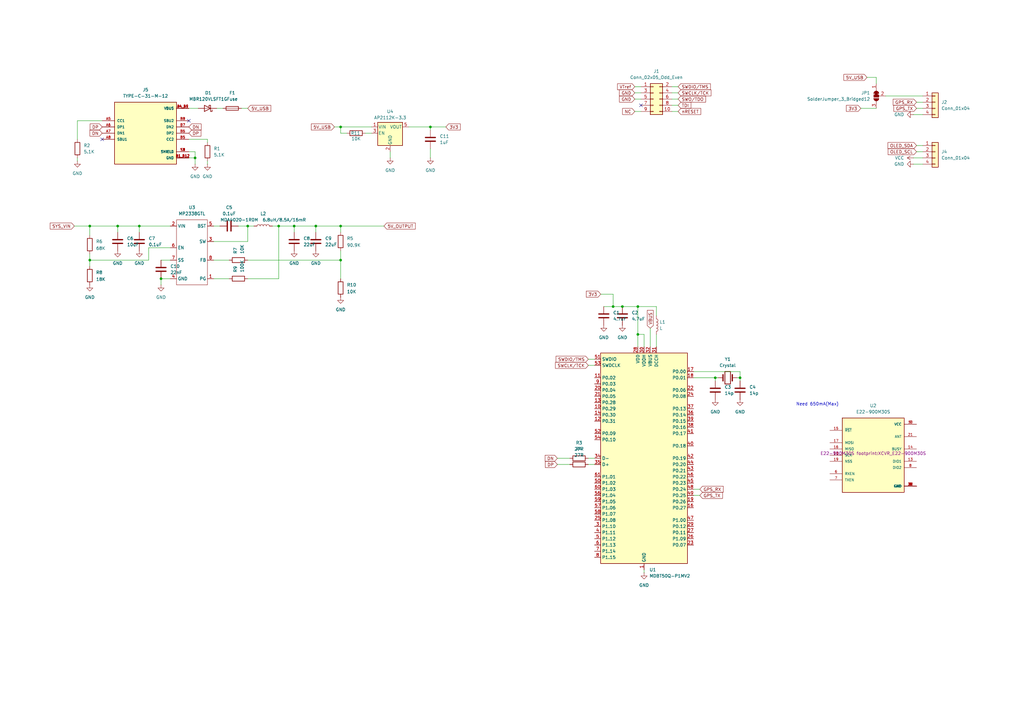
<source format=kicad_sch>
(kicad_sch (version 20231120) (generator "eeschema") (generator_version "8.0")
  (paper "A3")
  (lib_symbols
    (symbol "Connector_Generic:Conn_01x04" (pin_names (offset 1.016) hide)
      (property "Reference" "J" (at 0 5.08 0))
      (property "Value" "Conn_01x04" (at 0 -7.62 0))
      (symbol "Conn_01x04_1_1"
        (rectangle (start -1.27 -4.953) (end 0 -5.207) (stroke (width 0.1524)))
        (rectangle (start -1.27 -2.413) (end 0 -2.667) (stroke (width 0.1524)))
        (rectangle (start -1.27 0.127) (end 0 -0.127) (stroke (width 0.1524)))
        (rectangle (start -1.27 2.667) (end 0 2.413) (stroke (width 0.1524)))
        (rectangle (start -1.27 3.81) (end 1.27 -6.35) (stroke (width 0.254)) (fill (type background)))
        (pin passive line (at -5.08 2.54 0) (length 3.81) (name "Pin_1") (number "1"))
        (pin passive line (at -5.08 0 0) (length 3.81) (name "Pin_2") (number "2"))
        (pin passive line (at -5.08 -2.54 0) (length 3.81) (name "Pin_3") (number "3"))
        (pin passive line (at -5.08 -5.08 0) (length 3.81) (name "Pin_4") (number "4"))
      )
    )
    (symbol "Connector_Generic:Conn_02x05_Odd_Even" (pin_names (offset 1.016) hide)
      (property "Reference" "J" (at 1.27 7.62 0))
      (property "Value" "Conn_02x05_Odd_Even" (at 1.27 -7.62 0))
      (symbol "Conn_02x05_Odd_Even_1_1"
        (rectangle (start -1.27 -4.953) (end 0 -5.207) (stroke (width 0.1524)))
        (rectangle (start -1.27 -2.413) (end 0 -2.667) (stroke (width 0.1524)))
        (rectangle (start -1.27 0.127) (end 0 -0.127) (stroke (width 0.1524)))
        (rectangle (start -1.27 2.667) (end 0 2.413) (stroke (width 0.1524)))
        (rectangle (start -1.27 5.207) (end 0 4.953) (stroke (width 0.1524)))
        (rectangle (start -1.27 6.35) (end 3.81 -6.35) (stroke (width 0.254)) (fill (type background)))
        (rectangle (start 3.81 -4.953) (end 2.54 -5.207) (stroke (width 0.1524)))
        (rectangle (start 3.81 -2.413) (end 2.54 -2.667) (stroke (width 0.1524)))
        (rectangle (start 3.81 0.127) (end 2.54 -0.127) (stroke (width 0.1524)))
        (rectangle (start 3.81 2.667) (end 2.54 2.413) (stroke (width 0.1524)))
        (rectangle (start 3.81 5.207) (end 2.54 4.953) (stroke (width 0.1524)))
        (pin passive line (at -5.08 5.08 0) (length 3.81) (name "Pin_1") (number "1"))
        (pin passive line (at 7.62 -5.08 180) (length 3.81) (name "Pin_10") (number "10"))
        (pin passive line (at 7.62 5.08 180) (length 3.81) (name "Pin_2") (number "2"))
        (pin passive line (at -5.08 2.54 0) (length 3.81) (name "Pin_3") (number "3"))
        (pin passive line (at 7.62 2.54 180) (length 3.81) (name "Pin_4") (number "4"))
        (pin passive line (at -5.08 0 0) (length 3.81) (name "Pin_5") (number "5"))
        (pin passive line (at 7.62 0 180) (length 3.81) (name "Pin_6") (number "6"))
        (pin passive line (at -5.08 -2.54 0) (length 3.81) (name "Pin_7") (number "7"))
        (pin passive line (at 7.62 -2.54 180) (length 3.81) (name "Pin_8") (number "8"))
        (pin passive line (at -5.08 -5.08 0) (length 3.81) (name "Pin_9") (number "9"))
      )
    )
    (symbol "Device:C" (pin_numbers hide) (pin_names (offset 0.254))
      (property "Reference" "C" (at 0.635 2.54 0))
      (property "Value" "C" (at 0.635 -2.54 0))
      (symbol "C_0_1"
        (polyline (pts (xy -2.032 -0.762) (xy 2.032 -0.762)) (stroke (width 0.508)))
        (polyline (pts (xy -2.032 0.762) (xy 2.032 0.762)) (stroke (width 0.508)))
      )
      (symbol "C_1_1"
        (pin passive line (at 0 3.81 270) (length 2.794) (name "~") (number "1"))
        (pin passive line (at 0 -3.81 90) (length 2.794) (name "~") (number "2"))
      )
    )
    (symbol "Device:Crystal" (pin_numbers hide) (pin_names (offset 1.016) hide)
      (property "Reference" "Y" (at 0 3.81 0))
      (property "Value" "Crystal" (at 0 -3.81 0))
      (symbol "Crystal_0_1"
        (rectangle (start -1.143 2.54) (end 1.143 -2.54) (stroke (width 0.3048)))
        (polyline (pts (xy -2.54 0) (xy -1.905 0)))
        (polyline (pts (xy -1.905 -1.27) (xy -1.905 1.27)) (stroke (width 0.508)))
        (polyline (pts (xy 1.905 -1.27) (xy 1.905 1.27)) (stroke (width 0.508)))
        (polyline (pts (xy 2.54 0) (xy 1.905 0)))
      )
      (symbol "Crystal_1_1"
        (pin passive line (at -3.81 0 0) (length 1.27) (name "1") (number "1"))
        (pin passive line (at 3.81 0 180) (length 1.27) (name "2") (number "2"))
      )
    )
    (symbol "Device:D_Schottky" (pin_numbers hide) (pin_names (offset 1.016) hide)
      (property "Reference" "D" (at 0 2.54 0))
      (property "Value" "D_Schottky" (at 0 -2.54 0))
      (symbol "D_Schottky_0_1"
        (polyline (pts (xy 1.27 0) (xy -1.27 0)))
        (polyline (pts (xy 1.27 1.27) (xy 1.27 -1.27) (xy -1.27 0) (xy 1.27 1.27)) (stroke (width 0.254)))
        (polyline (pts (xy -1.905 0.635) (xy -1.905 1.27) (xy -1.27 1.27) (xy -1.27 -1.27) (xy -0.635 -1.27) (xy -0.635 -0.635)) (stroke (width 0.254)))
      )
      (symbol "D_Schottky_1_1"
        (pin passive line (at -3.81 0 0) (length 2.54) (name "K") (number "1"))
        (pin passive line (at 3.81 0 180) (length 2.54) (name "A") (number "2"))
      )
    )
    (symbol "Device:Fuse" (pin_numbers hide) (pin_names (offset 0))
      (property "Reference" "F" (at 2.032 0 90))
      (property "Value" "Fuse" (at -1.905 0 90))
      (symbol "Fuse_0_1"
        (rectangle (start -0.762 -2.54) (end 0.762 2.54) (stroke (width 0.254)))
        (polyline (pts (xy 0 2.54) (xy 0 -2.54)))
      )
      (symbol "Fuse_1_1"
        (pin passive line (at 0 3.81 270) (length 1.27) (name "~") (number "1"))
        (pin passive line (at 0 -3.81 90) (length 1.27) (name "~") (number "2"))
      )
    )
    (symbol "Device:L" (pin_numbers hide) (pin_names (offset 1.016) hide)
      (property "Reference" "L" (at -1.27 0 90))
      (property "Value" "L" (at 1.905 0 90))
      (symbol "L_0_1"
        (arc (start 0 -2.54) (mid 0.6323 -1.905) (end 0 -1.27))
        (arc (start 0 -1.27) (mid 0.6323 -0.635) (end 0 0))
        (arc (start 0 0) (mid 0.6323 0.635) (end 0 1.27))
        (arc (start 0 1.27) (mid 0.6323 1.905) (end 0 2.54))
      )
      (symbol "L_1_1"
        (pin passive line (at 0 3.81 270) (length 1.27) (name "1") (number "1"))
        (pin passive line (at 0 -3.81 90) (length 1.27) (name "2") (number "2"))
      )
    )
    (symbol "Device:R" (pin_numbers hide) (pin_names (offset 0))
      (property "Reference" "R" (at 2.032 0 90))
      (property "Value" "R" (at 0 0 90))
      (symbol "R_0_1"
        (rectangle (start -1.016 -2.54) (end 1.016 2.54) (stroke (width 0.254)))
      )
      (symbol "R_1_1"
        (pin passive line (at 0 3.81 270) (length 1.27) (name "~") (number "1"))
        (pin passive line (at 0 -3.81 90) (length 1.27) (name "~") (number "2"))
      )
    )
    (symbol "E22-900M30S:E22-900M30S" (pin_names (offset 1.016))
      (property "Reference" "U" (at -12.7 16.002 0))
      (property "Value" "E22-900M30S" (at -12.7 -17.78 0))
      (symbol "E22-900M30S_0_0"
        (rectangle (start -12.7 -15.24) (end 12.7 15.24) (stroke (width 0.254)) (fill (type background)))
        (pin power_in line (at 17.78 -12.7 180) (length 5.08) (name "GND") (number "1"))
        (pin power_in line (at 17.78 12.7 180) (length 5.08) (name "VCC") (number "10"))
        (pin power_in line (at 17.78 -12.7 180) (length 5.08) (name "GND") (number "11"))
        (pin power_in line (at 17.78 -12.7 180) (length 5.08) (name "GND") (number "12"))
        (pin bidirectional line (at 17.78 -2.54 180) (length 5.08) (name "DIO1") (number "13"))
        (pin output line (at 17.78 2.54 180) (length 5.08) (name "BUSY") (number "14"))
        (pin input line (at -17.78 10.16 0) (length 5.08) (name "~{RST}") (number "15"))
        (pin output line (at -17.78 2.54 0) (length 5.08) (name "MISO") (number "16"))
        (pin input line (at -17.78 5.08 0) (length 5.08) (name "MOSI") (number "17"))
        (pin input line (at -17.78 0 0) (length 5.08) (name "SCK") (number "18"))
        (pin input line (at -17.78 -2.54 0) (length 5.08) (name "NSS") (number "19"))
        (pin power_in line (at 17.78 -12.7 180) (length 5.08) (name "GND") (number "2"))
        (pin power_in line (at 17.78 -12.7 180) (length 5.08) (name "GND") (number "20"))
        (pin output line (at 17.78 7.62 180) (length 5.08) (name "ANT") (number "21"))
        (pin power_in line (at 17.78 -12.7 180) (length 5.08) (name "GND") (number "22"))
        (pin power_in line (at 17.78 -12.7 180) (length 5.08) (name "GND") (number "3"))
        (pin power_in line (at 17.78 -12.7 180) (length 5.08) (name "GND") (number "4"))
        (pin power_in line (at 17.78 -12.7 180) (length 5.08) (name "GND") (number "5"))
        (pin input line (at -17.78 -7.62 0) (length 5.08) (name "RXEN") (number "6"))
        (pin input line (at -17.78 -10.16 0) (length 5.08) (name "TXEN") (number "7"))
        (pin bidirectional line (at 17.78 -5.08 180) (length 5.08) (name "DIO2") (number "8"))
        (pin power_in line (at 17.78 12.7 180) (length 5.08) (name "VCC") (number "9"))
      )
    )
    (symbol "Jumper:SolderJumper_3_Bridged12" (pin_names (offset 0) hide) (exclude_from_sim yes) (in_bom no)
      (property "Reference" "JP" (at -2.54 -2.54 0))
      (property "Value" "SolderJumper_3_Bridged12" (at 0 2.794 0))
      (symbol "SolderJumper_3_Bridged12_0_1"
        (rectangle (start -1.016 0.508) (end -0.508 -0.508) (fill (type outline)))
        (arc (start -1.016 1.016) (mid -2.0276 0) (end -1.016 -1.016))
        (arc (start -1.016 1.016) (mid -2.0276 0) (end -1.016 -1.016) (fill (type outline)))
        (rectangle (start -0.508 1.016) (end 0.508 -1.016) (fill (type outline)))
        (polyline (pts (xy -2.54 0) (xy -2.032 0)))
        (polyline (pts (xy -1.016 1.016) (xy -1.016 -1.016)))
        (polyline (pts (xy 0 -1.27) (xy 0 -1.016)))
        (polyline (pts (xy 1.016 1.016) (xy 1.016 -1.016)))
        (polyline (pts (xy 2.54 0) (xy 2.032 0)))
        (arc (start 1.016 -1.016) (mid 2.0276 0) (end 1.016 1.016))
        (arc (start 1.016 -1.016) (mid 2.0276 0) (end 1.016 1.016) (fill (type outline)))
      )
      (symbol "SolderJumper_3_Bridged12_1_1"
        (pin passive line (at -5.08 0 0) (length 2.54) (name "A") (number "1"))
        (pin passive line (at 0 -3.81 90) (length 2.54) (name "C") (number "2"))
        (pin passive line (at 5.08 0 180) (length 2.54) (name "B") (number "3"))
      )
    )
    (symbol "RF_Module:MDBT50Q-P1MV2"
      (property "Reference" "U" (at 0 0 0))
      (property "Value" "MDBT50Q-P1MV2" (at 0 -2.54 0))
      (symbol "MDBT50Q-P1MV2_0_1"
        (rectangle (start -17.78 43.18) (end 17.78 -43.18) (stroke (width 0.254)) (fill (type background)))
      )
      (symbol "MDBT50Q-P1MV2_1_1"
        (pin power_in line (at 0 -45.72 90) (length 2.54) (name "GND") (number "1"))
        (pin bidirectional line (at -20.32 20.32 0) (length 2.54) (name "P0.29") (number "10"))
        (pin bidirectional line (at -20.32 33.02 0) (length 2.54) (name "P0.02") (number "11"))
        (pin bidirectional line (at -20.32 15.24 0) (length 2.54) (name "P0.31") (number "12"))
        (pin bidirectional line (at -20.32 22.86 0) (length 2.54) (name "P0.28") (number "13"))
        (pin bidirectional line (at -20.32 17.78 0) (length 2.54) (name "P0.30") (number "14"))
        (pin passive line (at 0 -45.72 90) (length 2.54) hide (name "GND") (number "15"))
        (pin bidirectional line (at 20.32 -20.32 180) (length 2.54) (name "P0.27") (number "16"))
        (pin bidirectional line (at 20.32 35.56 180) (length 2.54) (name "P0.00") (number "17"))
        (pin bidirectional line (at 20.32 33.02 180) (length 2.54) (name "P0.01") (number "18"))
        (pin bidirectional line (at 20.32 -17.78 180) (length 2.54) (name "P0.26") (number "19"))
        (pin passive line (at 0 -45.72 90) (length 2.54) hide (name "GND") (number "2"))
        (pin bidirectional line (at -20.32 27.94 0) (length 2.54) (name "P0.04") (number "20"))
        (pin bidirectional line (at -20.32 25.4 0) (length 2.54) (name "P0.05") (number "21"))
        (pin bidirectional line (at 20.32 27.94 180) (length 2.54) (name "P0.06") (number "22"))
        (pin bidirectional line (at 20.32 -35.56 180) (length 2.54) (name "P0.07") (number "23"))
        (pin bidirectional line (at 20.32 25.4 180) (length 2.54) (name "P0.08") (number "24"))
        (pin bidirectional line (at -20.32 -25.4 0) (length 2.54) (name "P1.08") (number "25"))
        (pin bidirectional line (at 20.32 -33.02 180) (length 2.54) (name "P1.09") (number "26"))
        (pin bidirectional line (at 20.32 -30.48 180) (length 2.54) (name "P0.11") (number "27"))
        (pin power_in line (at -2.54 45.72 270) (length 2.54) (name "VDD") (number "28"))
        (pin bidirectional line (at 20.32 -27.94 180) (length 2.54) (name "P0.12") (number "29"))
        (pin bidirectional line (at -20.32 -27.94 0) (length 2.54) (name "P1.10") (number "3"))
        (pin power_in line (at 0 45.72 270) (length 2.54) (name "VDDH") (number "30"))
        (pin power_out line (at 5.08 45.72 270) (length 2.54) (name "DCCH") (number "31"))
        (pin power_in line (at 2.54 45.72 270) (length 2.54) (name "VBUS") (number "32"))
        (pin passive line (at 0 -45.72 90) (length 2.54) hide (name "GND") (number "33"))
        (pin bidirectional line (at -20.32 0 0) (length 2.54) (name "D-") (number "34"))
        (pin bidirectional line (at -20.32 -2.54 0) (length 2.54) (name "D+") (number "35"))
        (pin bidirectional line (at 20.32 17.78 180) (length 2.54) (name "P0.14") (number "36"))
        (pin bidirectional line (at 20.32 20.32 180) (length 2.54) (name "P0.13") (number "37"))
        (pin bidirectional line (at 20.32 12.7 180) (length 2.54) (name "P0.16") (number "38"))
        (pin bidirectional line (at 20.32 15.24 180) (length 2.54) (name "P0.15") (number "39"))
        (pin bidirectional line (at -20.32 -30.48 0) (length 2.54) (name "P1.11") (number "4"))
        (pin bidirectional line (at 20.32 5.08 180) (length 2.54) (name "P0.18") (number "40"))
        (pin bidirectional line (at 20.32 10.16 180) (length 2.54) (name "P0.17") (number "41"))
        (pin bidirectional line (at 20.32 0 180) (length 2.54) (name "P0.19") (number "42"))
        (pin bidirectional line (at 20.32 -5.08 180) (length 2.54) (name "P0.21") (number "43"))
        (pin bidirectional line (at 20.32 -2.54 180) (length 2.54) (name "P0.20") (number "44"))
        (pin bidirectional line (at 20.32 -10.16 180) (length 2.54) (name "P0.23") (number "45"))
        (pin bidirectional line (at 20.32 -7.62 180) (length 2.54) (name "P0.22") (number "46"))
        (pin bidirectional line (at 20.32 -25.4 180) (length 2.54) (name "P1.00") (number "47"))
        (pin bidirectional line (at 20.32 -12.7 180) (length 2.54) (name "P0.24") (number "48"))
        (pin bidirectional line (at 20.32 -15.24 180) (length 2.54) (name "P0.25") (number "49"))
        (pin bidirectional line (at -20.32 -33.02 0) (length 2.54) (name "P1.12") (number "5"))
        (pin bidirectional line (at -20.32 -10.16 0) (length 2.54) (name "P1.02") (number "50"))
        (pin bidirectional line (at -20.32 40.64 0) (length 2.54) (name "SWDIO") (number "51"))
        (pin bidirectional line (at -20.32 10.16 0) (length 2.54) (name "P0.09") (number "52"))
        (pin input line (at -20.32 38.1 0) (length 2.54) (name "SWDCLK") (number "53"))
        (pin bidirectional line (at -20.32 7.62 0) (length 2.54) (name "P0.10") (number "54"))
        (pin passive line (at 0 -45.72 90) (length 2.54) hide (name "GND") (number "55"))
        (pin bidirectional line (at -20.32 -15.24 0) (length 2.54) (name "P1.04") (number "56"))
        (pin bidirectional line (at -20.32 -20.32 0) (length 2.54) (name "P1.06") (number "57"))
        (pin bidirectional line (at -20.32 -22.86 0) (length 2.54) (name "P1.07") (number "58"))
        (pin bidirectional line (at -20.32 -17.78 0) (length 2.54) (name "P1.05") (number "59"))
        (pin bidirectional line (at -20.32 -35.56 0) (length 2.54) (name "P1.13") (number "6"))
        (pin bidirectional line (at -20.32 -12.7 0) (length 2.54) (name "P1.03") (number "60"))
        (pin bidirectional line (at -20.32 -7.62 0) (length 2.54) (name "P1.01") (number "61"))
        (pin bidirectional line (at -20.32 -38.1 0) (length 2.54) (name "P1.14") (number "7"))
        (pin bidirectional line (at -20.32 -40.64 0) (length 2.54) (name "P1.15") (number "8"))
        (pin bidirectional line (at -20.32 30.48 0) (length 2.54) (name "P0.03") (number "9"))
      )
    )
    (symbol "Regulator_Linear:AP2112K-3.3" (pin_names (offset 0.254))
      (property "Reference" "U" (at -5.08 5.715 0))
      (property "Value" "AP2112K-3.3" (at 0 5.715 0))
      (symbol "AP2112K-3.3_0_1"
        (rectangle (start -5.08 4.445) (end 5.08 -5.08) (stroke (width 0.254)) (fill (type background)))
      )
      (symbol "AP2112K-3.3_1_1"
        (pin power_in line (at -7.62 2.54 0) (length 2.54) (name "VIN") (number "1"))
        (pin power_in line (at 0 -7.62 90) (length 2.54) (name "GND") (number "2"))
        (pin input line (at -7.62 0 0) (length 2.54) (name "EN") (number "3"))
        (pin no_connect line (at 5.08 0 180) (length 2.54) hide (name "NC") (number "4"))
        (pin power_out line (at 7.62 2.54 180) (length 2.54) (name "VOUT") (number "5"))
      )
    )
    (symbol "Regulator_Switching:MP2338"
      (property "Reference" "U" (at 3.302 5.588 0))
      (property "Value" "MP2338GTL" (at 0 0 0))
      (symbol "MP2338_0_1"
        (rectangle (start 2.54 2.54) (end 15.24 -24.13))
      )
      (symbol "MP2338_1_1"
        (pin input line (at 17.78 -21.59 180) (length 2.54) (name "PG") (number "1"))
        (pin input line (at 0 0 0) (length 2.54) (name "VIN") (number "2"))
        (pin input line (at 17.78 -6.35 180) (length 2.54) (name "SW") (number "3"))
        (pin input line (at 0 -21.59 0) (length 2.54) (name "GND") (number "4"))
        (pin input line (at 17.78 0 180) (length 2.54) (name "BST") (number "5"))
        (pin input line (at 0 -8.89 0) (length 2.54) (name "EN") (number "6"))
        (pin input line (at 0 -13.97 0) (length 2.54) (name "SS") (number "7"))
        (pin input line (at 17.78 -13.97 180) (length 2.54) (name "FB") (number "8"))
      )
    )
    (symbol "TYPE-C-31-M-12:TYPE-C-31-M-12" (pin_names (offset 1.016))
      (property "Reference" "J" (at -12.7 13.462 0))
      (property "Value" "TYPE-C-31-M-12" (at -12.7 -13.462 0))
      (symbol "TYPE-C-31-M-12_0_0"
        (rectangle (start -12.7 -12.7) (end 12.7 12.7) (stroke (width 0.254)) (fill (type background)))
        (pin power_in line (at 17.78 -10.16 180) (length 5.08) (name "GND") (number "A1_B12"))
        (pin power_in line (at 17.78 10.16 180) (length 5.08) (name "VBUS") (number "A4_B9"))
        (pin bidirectional line (at -17.78 5.08 0) (length 5.08) (name "CC1") (number "A5"))
        (pin bidirectional line (at -17.78 2.54 0) (length 5.08) (name "DP1") (number "A6"))
        (pin bidirectional line (at -17.78 0 0) (length 5.08) (name "DN1") (number "A7"))
        (pin bidirectional line (at -17.78 -2.54 0) (length 5.08) (name "SBU1") (number "A8"))
        (pin power_in line (at 17.78 -10.16 180) (length 5.08) (name "GND") (number "B1_A12"))
        (pin power_in line (at 17.78 10.16 180) (length 5.08) (name "VBUS") (number "B4_A9"))
        (pin bidirectional line (at 17.78 -2.54 180) (length 5.08) (name "CC2") (number "B5"))
        (pin bidirectional line (at 17.78 0 180) (length 5.08) (name "DP2") (number "B6"))
        (pin bidirectional line (at 17.78 2.54 180) (length 5.08) (name "DN2") (number "B7"))
        (pin bidirectional line (at 17.78 5.08 180) (length 5.08) (name "SBU2") (number "B8"))
        (pin passive line (at 17.78 -7.62 180) (length 5.08) (name "SHIELD") (number "S1"))
        (pin passive line (at 17.78 -7.62 180) (length 5.08) (name "SHIELD") (number "S2"))
        (pin passive line (at 17.78 -7.62 180) (length 5.08) (name "SHIELD") (number "S3"))
        (pin passive line (at 17.78 -7.62 180) (length 5.08) (name "SHIELD") (number "S4"))
      )
    )
    (symbol "power:GND" (power) (pin_numbers hide) (pin_names (offset 0) hide)
      (property "Value" "GND" (at 0 -3.81 0))
      (symbol "GND_0_1"
        (polyline (pts (xy 0 0) (xy 0 -1.27) (xy 1.27 -1.27) (xy 0 -2.54) (xy -1.27 -1.27) (xy 0 -1.27)))
      )
      (symbol "GND_1_1"
        (pin power_in line (at 0 0 270) (length 0) (name "~") (number "1"))
      )
    )
    (symbol "power:VCC" (power) (pin_numbers hide) (pin_names (offset 0) hide)
      (property "Value" "VCC" (at 0 3.556 0))
      (symbol "VCC_0_1"
        (polyline (pts (xy -0.762 1.27) (xy 0 2.54)))
        (polyline (pts (xy 0 0) (xy 0 2.54)))
        (polyline (pts (xy 0 2.54) (xy 0.762 1.27)))
      )
      (symbol "VCC_1_1"
        (pin power_in line (at 0 0 90) (length 0) (name "~") (number "1"))
      )
    )
  )
  (junction (at 66.04 114.3))
  (junction (at 176.53 52.07))
  (junction (at 261.62 125.73))
  (junction (at 293.37 154.94))
  (junction (at 36.83 106.68))
  (junction (at 303.53 154.94))
  (junction (at 129.54 92.71))
  (junction (at 57.15 92.71))
  (junction (at 80.01 64.77))
  (junction (at 36.83 92.71))
  (junction (at 48.26 92.71))
  (junction (at 120.65 92.71))
  (junction (at 251.46 125.73))
  (junction (at 255.27 125.73))
  (junction (at 139.7 106.68))
  (junction (at 139.7 92.71))
  (junction (at 139.7 52.07))
  (junction (at 261.62 137.16))
  (junction (at 114.3 92.71))
  (junction (at 101.6 92.71))
  (no_connect (at 77.47 49.53))
  (no_connect (at 41.91 57.15))
  (no_connect (at 262.89 43.18))
  (wire (pts (xy 255.27 125.73) (xy 261.62 125.73)))
  (wire (pts (xy 261.62 137.16) (xy 264.16 137.16)))
  (wire (pts (xy 66.04 106.68) (xy 69.85 106.68)))
  (wire (pts (xy 139.7 106.68) (xy 139.7 114.3)))
  (wire (pts (xy 101.6 106.68) (xy 139.7 106.68)))
  (wire (pts (xy 284.48 154.94) (xy 293.37 154.94)))
  (wire (pts (xy 114.3 114.3) (xy 114.3 92.71)))
  (wire (pts (xy 31.75 57.15) (xy 31.75 49.53)))
  (wire (pts (xy 57.15 92.71) (xy 69.85 92.71)))
  (wire (pts (xy 167.64 52.07) (xy 176.53 52.07)))
  (wire (pts (xy 137.16 52.07) (xy 139.7 52.07)))
  (wire (pts (xy 261.62 125.73) (xy 269.24 125.73)))
  (wire (pts (xy 176.53 52.07) (xy 176.53 53.34)))
  (wire (pts (xy 278.13 45.72) (xy 275.59 45.72)))
  (wire (pts (xy 260.35 40.64) (xy 262.89 40.64)))
  (wire (pts (xy 303.53 152.4) (xy 284.48 152.4)))
  (wire (pts (xy 66.04 114.3) (xy 69.85 114.3)))
  (wire (pts (xy 60.96 101.6) (xy 60.96 106.68)))
  (wire (pts (xy 77.47 62.23) (xy 80.01 62.23)))
  (wire (pts (xy 303.53 154.94) (xy 303.53 156.21)))
  (wire (pts (xy 87.63 106.68) (xy 93.98 106.68)))
  (wire (pts (xy 261.62 137.16) (xy 261.62 142.24)))
  (wire (pts (xy 101.6 114.3) (xy 114.3 114.3)))
  (wire (pts (xy 278.13 43.18) (xy 275.59 43.18)))
  (wire (pts (xy 228.6 190.5) (xy 233.68 190.5)))
  (wire (pts (xy 101.6 44.45) (xy 99.06 44.45)))
  (wire (pts (xy 241.3 187.96) (xy 243.84 187.96)))
  (wire (pts (xy 375.92 59.69) (xy 378.46 59.69)))
  (wire (pts (xy 287.02 203.2) (xy 284.48 203.2)))
  (wire (pts (xy 85.09 57.15) (xy 85.09 58.42)))
  (wire (pts (xy 260.35 45.72) (xy 262.89 45.72)))
  (wire (pts (xy 88.9 44.45) (xy 91.44 44.45)))
  (wire (pts (xy 30.48 92.71) (xy 36.83 92.71)))
  (wire (pts (xy 69.85 101.6) (xy 60.96 101.6)))
  (wire (pts (xy 31.75 49.53) (xy 41.91 49.53)))
  (wire (pts (xy 77.47 64.77) (xy 80.01 64.77)))
  (wire (pts (xy 101.6 92.71) (xy 101.6 99.06)))
  (wire (pts (xy 374.65 46.99) (xy 378.46 46.99)))
  (wire (pts (xy 80.01 62.23) (xy 80.01 64.77)))
  (wire (pts (xy 66.04 116.84) (xy 66.04 114.3)))
  (wire (pts (xy 149.86 54.61) (xy 152.4 54.61)))
  (wire (pts (xy 241.3 190.5) (xy 243.84 190.5)))
  (wire (pts (xy 260.35 38.1) (xy 262.89 38.1)))
  (wire (pts (xy 87.63 99.06) (xy 101.6 99.06)))
  (wire (pts (xy 269.24 137.16) (xy 269.24 142.24)))
  (wire (pts (xy 48.26 92.71) (xy 48.26 95.25)))
  (wire (pts (xy 36.83 92.71) (xy 48.26 92.71)))
  (wire (pts (xy 129.54 92.71) (xy 129.54 95.25)))
  (wire (pts (xy 247.65 125.73) (xy 251.46 125.73)))
  (wire (pts (xy 355.6 31.75) (xy 359.41 31.75)))
  (wire (pts (xy 57.15 92.71) (xy 57.15 95.25)))
  (wire (pts (xy 374.65 64.77) (xy 378.46 64.77)))
  (wire (pts (xy 264.16 137.16) (xy 264.16 142.24)))
  (wire (pts (xy 31.75 64.77) (xy 31.75 66.04)))
  (wire (pts (xy 278.13 40.64) (xy 275.59 40.64)))
  (wire (pts (xy 261.62 125.73) (xy 261.62 137.16)))
  (wire (pts (xy 87.63 114.3) (xy 93.98 114.3)))
  (wire (pts (xy 36.83 104.14) (xy 36.83 106.68)))
  (wire (pts (xy 264.16 233.68) (xy 264.16 234.95)))
  (wire (pts (xy 241.3 147.32) (xy 243.84 147.32)))
  (wire (pts (xy 97.79 92.71) (xy 101.6 92.71)))
  (wire (pts (xy 111.76 92.71) (xy 114.3 92.71)))
  (wire (pts (xy 176.53 64.77) (xy 176.53 60.96)))
  (wire (pts (xy 251.46 125.73) (xy 255.27 125.73)))
  (wire (pts (xy 302.26 154.94) (xy 303.53 154.94)))
  (wire (pts (xy 251.46 120.65) (xy 251.46 125.73)))
  (wire (pts (xy 139.7 52.07) (xy 139.7 54.61)))
  (wire (pts (xy 77.47 57.15) (xy 85.09 57.15)))
  (wire (pts (xy 139.7 92.71) (xy 129.54 92.71)))
  (wire (pts (xy 139.7 92.71) (xy 157.48 92.71)))
  (wire (pts (xy 375.92 44.45) (xy 378.46 44.45)))
  (wire (pts (xy 269.24 125.73) (xy 269.24 129.54)))
  (wire (pts (xy 120.65 92.71) (xy 129.54 92.71)))
  (wire (pts (xy 303.53 154.94) (xy 303.53 152.4)))
  (wire (pts (xy 293.37 154.94) (xy 294.64 154.94)))
  (wire (pts (xy 48.26 92.71) (xy 57.15 92.71)))
  (wire (pts (xy 60.96 106.68) (xy 36.83 106.68)))
  (wire (pts (xy 36.83 96.52) (xy 36.83 92.71)))
  (wire (pts (xy 85.09 66.04) (xy 85.09 67.31)))
  (wire (pts (xy 374.65 67.31) (xy 378.46 67.31)))
  (wire (pts (xy 241.3 149.86) (xy 243.84 149.86)))
  (wire (pts (xy 359.41 31.75) (xy 359.41 34.29)))
  (wire (pts (xy 375.92 41.91) (xy 378.46 41.91)))
  (wire (pts (xy 114.3 92.71) (xy 120.65 92.71)))
  (wire (pts (xy 176.53 52.07) (xy 182.88 52.07)))
  (wire (pts (xy 260.35 35.56) (xy 262.89 35.56)))
  (wire (pts (xy 363.22 39.37) (xy 378.46 39.37)))
  (wire (pts (xy 353.06 44.45) (xy 359.41 44.45)))
  (wire (pts (xy 139.7 102.87) (xy 139.7 106.68)))
  (wire (pts (xy 228.6 187.96) (xy 233.68 187.96)))
  (wire (pts (xy 278.13 35.56) (xy 275.59 35.56)))
  (wire (pts (xy 87.63 92.71) (xy 90.17 92.71)))
  (wire (pts (xy 160.02 64.77) (xy 160.02 62.23)))
  (wire (pts (xy 246.38 120.65) (xy 251.46 120.65)))
  (wire (pts (xy 101.6 92.71) (xy 104.14 92.71)))
  (wire (pts (xy 278.13 38.1) (xy 275.59 38.1)))
  (wire (pts (xy 36.83 106.68) (xy 36.83 109.22)))
  (wire (pts (xy 77.47 44.45) (xy 81.28 44.45)))
  (wire (pts (xy 266.7 134.62) (xy 266.7 142.24)))
  (wire (pts (xy 287.02 200.66) (xy 284.48 200.66)))
  (wire (pts (xy 120.65 92.71) (xy 120.65 95.25)))
  (wire (pts (xy 139.7 54.61) (xy 142.24 54.61)))
  (wire (pts (xy 152.4 52.07) (xy 139.7 52.07)))
  (wire (pts (xy 293.37 154.94) (xy 293.37 156.21)))
  (wire (pts (xy 80.01 64.77) (xy 80.01 67.31)))
  (wire (pts (xy 375.92 62.23) (xy 378.46 62.23)))
  (wire (pts (xy 139.7 95.25) (xy 139.7 92.71)))
  (text "Need 650mA(Max)" (at 335.28 165.862 0) (effects (font (size 1.27 1.27))))
  (global_label "GPS_TX" (shape input) (at 375.92 44.45 180) (property "Intersheetrefs" "${INTERSHEET_REFS}" (effects (hide yes))))
  (global_label "VTref" (shape input) (at 260.35 35.56 180) (property "Intersheetrefs" "${INTERSHEET_REFS}" (effects (hide yes))))
  (global_label "SWO{slash}TDO" (shape input) (at 278.13 40.64 0) (property "Intersheetrefs" "${INTERSHEET_REFS}" (effects (hide yes))))
  (global_label "3V3" (shape input) (at 353.06 44.45 180) (property "Intersheetrefs" "${INTERSHEET_REFS}" (effects (hide yes))))
  (global_label "SWCLK{slash}TCK" (shape input) (at 241.3 149.86 180) (property "Intersheetrefs" "${INTERSHEET_REFS}" (effects (hide yes))))
  (global_label "OLED_SCL" (shape input) (at 375.92 62.23 180) (property "Intersheetrefs" "${INTERSHEET_REFS}" (effects (hide yes))))
  (global_label "DP" (shape input) (at 41.91 52.07 180) (property "Intersheetrefs" "${INTERSHEET_REFS}" (effects (hide yes))))
  (global_label "SWCLK{slash}TCK" (shape input) (at 278.13 38.1 0) (property "Intersheetrefs" "${INTERSHEET_REFS}" (effects (hide yes))))
  (global_label "SWDIO{slash}TMS" (shape input) (at 278.13 35.56 0) (property "Intersheetrefs" "${INTERSHEET_REFS}" (effects (hide yes))))
  (global_label "OLED_SDA" (shape input) (at 375.92 59.69 180) (property "Intersheetrefs" "${INTERSHEET_REFS}" (effects (hide yes))))
  (global_label "GND" (shape input) (at 260.35 38.1 180) (property "Intersheetrefs" "${INTERSHEET_REFS}" (effects (hide yes))))
  (global_label "GPS_RX" (shape input) (at 375.92 41.91 180) (property "Intersheetrefs" "${INTERSHEET_REFS}" (effects (hide yes))))
  (global_label "VBUS" (shape input) (at 266.7 134.62 90) (property "Intersheetrefs" "${INTERSHEET_REFS}" (effects (hide yes))))
  (global_label "DN" (shape input) (at 77.47 52.07 0) (property "Intersheetrefs" "${INTERSHEET_REFS}" (effects (hide yes))))
  (global_label "GND" (shape input) (at 260.35 40.64 180) (property "Intersheetrefs" "${INTERSHEET_REFS}" (effects (hide yes))))
  (global_label "3V3" (shape input) (at 246.38 120.65 180) (property "Intersheetrefs" "${INTERSHEET_REFS}" (effects (hide yes))))
  (global_label "DN" (shape input) (at 41.91 54.61 180) (property "Intersheetrefs" "${INTERSHEET_REFS}" (effects (hide yes))))
  (global_label "SYS_VIN" (shape input) (at 30.48 92.71 180) (property "Intersheetrefs" "${INTERSHEET_REFS}" (effects (hide yes))))
  (global_label "3V3" (shape input) (at 182.88 52.07 0) (property "Intersheetrefs" "${INTERSHEET_REFS}" (effects (hide yes))))
  (global_label "DN" (shape input) (at 228.6 187.96 180) (property "Intersheetrefs" "${INTERSHEET_REFS}" (effects (hide yes))))
  (global_label "5V_USB" (shape input) (at 101.6 44.45 0) (property "Intersheetrefs" "${INTERSHEET_REFS}" (effects (hide yes))))
  (global_label "GPS_RX" (shape input) (at 287.02 200.66 0) (property "Intersheetrefs" "${INTERSHEET_REFS}" (effects (hide yes))))
  (global_label "5V_OUTPUT" (shape input) (at 157.48 92.71 0) (property "Intersheetrefs" "${INTERSHEET_REFS}" (effects (hide yes))))
  (global_label "NC" (shape input) (at 260.35 45.72 180) (property "Intersheetrefs" "${INTERSHEET_REFS}" (effects (hide yes))))
  (global_label "DP" (shape input) (at 77.47 54.61 0) (property "Intersheetrefs" "${INTERSHEET_REFS}" (effects (hide yes))))
  (global_label "SWDIO{slash}TMS" (shape input) (at 241.3 147.32 180) (property "Intersheetrefs" "${INTERSHEET_REFS}" (effects (hide yes))))
  (global_label "DP" (shape input) (at 228.6 190.5 180) (property "Intersheetrefs" "${INTERSHEET_REFS}" (effects (hide yes))))
  (global_label "5V_USB" (shape input) (at 137.16 52.07 180) (property "Intersheetrefs" "${INTERSHEET_REFS}" (effects (hide yes))))
  (global_label "5V_USB" (shape input) (at 355.6 31.75 180) (property "Intersheetrefs" "${INTERSHEET_REFS}" (effects (hide yes))))
  (global_label "GPS_TX" (shape input) (at 287.02 203.2 0) (property "Intersheetrefs" "${INTERSHEET_REFS}" (effects (hide yes))))
  (global_label "TDI" (shape input) (at 278.13 43.18 0) (property "Intersheetrefs" "${INTERSHEET_REFS}" (effects (hide yes))))
  (global_label "nRESET" (shape input) (at 278.13 45.72 0) (property "Intersheetrefs" "${INTERSHEET_REFS}" (effects (hide yes))))
  (symbol (lib_id "TYPE-C-31-M-12:TYPE-C-31-M-12") (at 59.69 54.61 0) (unit 1)
    (property "Reference" "J5" (at 59.69 36.83 0))
    (property "Value" "TYPE-C-31-M-12" (at 59.69 39.37 0))
    (property "Footprint" "TYPE-C-31-M-12:HRO_TYPE-C-31-M-12" (effects (hide yes)))
    (property "MF" "HRO Electronics Co., Ltd." (effects (hide yes)))
    (property "MAXIMUM_PACKAGE_HEIGHT" "3.26 mm" (effects (hide yes)))
    (property "Package" "Package" (effects (hide yes)))
    (property "Price" "None" (effects (hide yes)))
    (property "Check_prices" "https://www.snapeda.com/parts/TYPE-C-31-M-12/HRO+Electronics+Co.%252C+Ltd./view-part/?ref=eda" (effects (hide yes)))
    (property "STANDARD" "Manufacturer Recommendations" (effects (hide yes)))
    (property "PARTREV" "2020.12.08" (effects (hide yes)))
    (property "SnapEDA_Link" "https://www.snapeda.com/parts/TYPE-C-31-M-12/HRO+Electronics+Co.%252C+Ltd./view-part/?ref=snap" (effects (hide yes)))
    (property "MP" "TYPE-C-31-M-12" (effects (hide yes)))
    (property "Description_1" "\nUSB Connectors 24 Receptacle 1 8.94*7.3mm RoHS\n" (effects (hide yes)))
    (property "SNAPEDA_PN" "TYPE-C-31-M-12" (effects (hide yes)))
    (property "Availability" "Not in stock" (effects (hide yes)))
    (property "MANUFACTURER" "HRO Electronics Co., Ltd." (effects (hide yes)))
  )
  (symbol (lib_id "power:GND") (at 139.7 121.92 0) (unit 1)
    (property "Reference" "#PWR020" (effects (hide yes)))
    (property "Value" "GND" (at 139.7 127 0))
    (property "Description" "Power symbol creates a global label with name \"GND\" , ground" (effects (hide yes)))
  )
  (symbol (lib_id "Device:C") (at 176.53 57.15 0) (unit 1)
    (property "Reference" "C11" (at 180.34 55.8799 0) (effects (justify left)))
    (property "Value" "1uF" (at 180.34 58.4199 0) (effects (justify left)))
    (property "Footprint" "Capacitor_SMD:C_0603_1608Metric" (effects (hide yes)))
    (property "Description" "Unpolarized capacitor" (effects (hide yes)))
  )
  (symbol (lib_id "power:GND") (at 247.65 133.35 0) (unit 1)
    (property "Reference" "#PWR02" (effects (hide yes)))
    (property "Value" "GND" (at 247.65 138.43 0))
    (property "Description" "Power symbol creates a global label with name \"GND\" , ground" (effects (hide yes)))
  )
  (symbol (lib_id "Device:R") (at 97.79 106.68 270) (unit 1)
    (property "Reference" "R7" (at 96.5199 104.14 0) (effects (justify right)))
    (property "Value" "10K" (at 99.314 104.14 0) (effects (justify right)))
    (property "Footprint" "Resistor_SMD:R_0603_1608Metric" (effects (hide yes)))
    (property "Description" "Resistor" (effects (hide yes)))
  )
  (symbol (lib_id "Regulator_Linear:AP2112K-3.3") (at 160.02 54.61 0) (unit 1)
    (property "Reference" "U4" (at 160.02 45.72 0))
    (property "Value" "AP2112K-3.3" (at 160.02 48.26 0))
    (property "Footprint" "Package_TO_SOT_SMD:SOT-23-5" (effects (hide yes)))
    (property "Datasheet" "https://www.diodes.com/assets/Datasheets/AP2112.pdf" (effects (hide yes)))
    (property "Description" "600mA low dropout linear regulator, with enable pin, 3.8V-6V input voltage range, 3.3V fixed positive output, SOT-23-5" (effects (hide yes)))
  )
  (symbol (lib_id "Device:R") (at 31.75 60.96 0) (unit 1)
    (property "Reference" "R2" (at 34.29 59.6899 0) (effects (justify left)))
    (property "Value" "5.1K" (at 34.29 62.2299 0) (effects (justify left)))
    (property "Footprint" "Capacitor_SMD:C_0603_1608Metric" (effects (hide yes)))
    (property "Description" "Resistor" (effects (hide yes)))
  )
  (symbol (lib_id "Connector_Generic:Conn_02x05_Odd_Even") (at 267.97 40.64 0) (unit 1)
    (property "Reference" "J1" (at 269.24 29.21 0))
    (property "Value" "Conn_02x05_Odd_Even" (at 269.24 31.75 0))
    (property "Description" "Generic connector, double row, 02x05, odd/even pin numbering scheme (row 1 odd numbers, row 2 even numbers), script generated (kicad-library-utils/schlib/autogen/connector/)" (effects (hide yes)))
  )
  (symbol (lib_id "power:VCC") (at 374.65 64.77 90) (unit 1)
    (property "Reference" "#PWR07" (effects (hide yes)))
    (property "Value" "VCC" (at 370.84 64.7699 90) (effects (justify left)))
    (property "Description" "Power symbol creates a global label with name \"VCC\"" (effects (hide yes)))
  )
  (symbol (lib_id "Device:C") (at 303.53 160.02 0) (unit 1)
    (property "Reference" "C4" (at 307.34 158.7499 0) (effects (justify left)))
    (property "Value" "14p" (at 307.34 161.2899 0) (effects (justify left)))
    (property "Description" "Unpolarized capacitor" (effects (hide yes)))
  )
  (symbol (lib_id "Device:L") (at 107.95 92.71 90) (unit 1)
    (property "Reference" "L2" (at 107.95 87.63 90))
    (property "Value" "MDA4020-1R0M  6.8uH/8.5A/16mR" (at 107.95 90.17 90))
    (property "Footprint" "Inductor_SMD:L_Coilcraft_XAL6060-XXX" (effects (hide yes)))
    (property "Description" "Inductor" (effects (hide yes)))
  )
  (symbol (lib_id "power:GND") (at 80.01 67.31 0) (unit 1)
    (property "Reference" "#PWR011" (effects (hide yes)))
    (property "Value" "GND" (at 80.01 72.39 0))
    (property "Description" "Power symbol creates a global label with name \"GND\" , ground" (effects (hide yes)))
  )
  (symbol (lib_id "E22-900M30S:E22-900M30S") (at 358.14 186.69 0) (unit 1)
    (property "Reference" "U2" (at 358.14 166.37 0))
    (property "Value" "E22-900M30S" (at 358.14 168.91 0))
    (property "Footprint" "E22-900M30S footprint:XCVR_E22-900M30S" (at 358.14 186.69 0) (effects (justify bottom)))
    (property "MF" "EBYTE" (effects (hide yes)))
    (property "MAXIMUM_PACKAGE_HEIGHT" "3.97 mm" (effects (hide yes)))
    (property "Package" "Package" (effects (hide yes)))
    (property "Price" "None" (effects (hide yes)))
    (property "Check_prices" "https://www.snapeda.com/parts/E22-900M30S/EBYTE/view-part/?ref=eda" (effects (hide yes)))
    (property "STANDARD" "Manufacturer Recommendations" (effects (hide yes)))
    (property "PARTREV" "1.2" (effects (hide yes)))
    (property "SnapEDA_Link" "https://www.snapeda.com/parts/E22-900M30S/EBYTE/view-part/?ref=snap" (effects (hide yes)))
    (property "MP" "E22-900M30S" (effects (hide yes)))
    (property "Description_1" "\nSX1262 868/915 MHz 1w SPI LoRa Module\n" (effects (hide yes)))
    (property "Availability" "Not in stock" (effects (hide yes)))
    (property "MANUFACTURER" "EBYTE" (effects (hide yes)))
  )
  (symbol (lib_id "Device:C") (at 129.54 99.06 0) (unit 1)
    (property "Reference" "C9" (at 133.35 97.7899 0) (effects (justify left)))
    (property "Value" "22uF" (at 133.35 100.3299 0) (effects (justify left)))
    (property "Footprint" "Capacitor_SMD:C_0603_1608Metric" (effects (hide yes)))
    (property "Description" "Unpolarized capacitor" (effects (hide yes)))
  )
  (symbol (lib_id "power:GND") (at 36.83 116.84 0) (unit 1)
    (property "Reference" "#PWR018" (effects (hide yes)))
    (property "Value" "GND" (at 36.83 121.92 0))
    (property "Description" "Power symbol creates a global label with name \"GND\" , ground" (effects (hide yes)))
  )
  (symbol (lib_id "Device:C") (at 57.15 99.06 0) (unit 1)
    (property "Reference" "C7" (at 60.96 97.7899 0) (effects (justify left)))
    (property "Value" "0.1uF" (at 60.96 100.3299 0) (effects (justify left)))
    (property "Footprint" "Capacitor_SMD:C_0603_1608Metric" (effects (hide yes)))
    (property "Description" "Unpolarized capacitor" (effects (hide yes)))
  )
  (symbol (lib_id "Jumper:SolderJumper_3_Bridged12") (at 359.41 39.37 90) (mirror x) (unit 1) (exclude_from_sim yes) (in_bom no)
    (property "Reference" "JP1" (at 356.87 38.0999 90) (effects (justify left)))
    (property "Value" "SolderJumper_3_Bridged12" (at 356.87 40.6399 90) (effects (justify left)))
    (property "Description" "3-pole Solder Jumper, pins 1+2 closed/bridged" (effects (hide yes)))
  )
  (symbol (lib_id "Device:D_Schottky") (at 85.09 44.45 180) (unit 1)
    (property "Reference" "D1" (at 85.4075 38.1 0))
    (property "Value" "MBR120VLSFT1G" (at 85.4075 40.64 0))
    (property "Description" "Schottky diode" (effects (hide yes)))
  )
  (symbol (lib_id "Connector_Generic:Conn_01x04") (at 383.54 41.91 0) (unit 1)
    (property "Reference" "J2" (at 386.08 41.9099 0) (effects (justify left)))
    (property "Value" "Conn_01x04" (at 386.08 44.4499 0) (effects (justify left)))
    (property "Description" "Generic connector, single row, 01x04, script generated (kicad-library-utils/schlib/autogen/connector/)" (effects (hide yes)))
  )
  (symbol (lib_id "power:GND") (at 255.27 133.35 0) (unit 1)
    (property "Reference" "#PWR01" (effects (hide yes)))
    (property "Value" "GND" (at 255.27 138.43 0))
    (property "Description" "Power symbol creates a global label with name \"GND\" , ground" (effects (hide yes)))
  )
  (symbol (lib_id "Device:R") (at 36.83 100.33 180) (unit 1)
    (property "Reference" "R6" (at 39.37 99.0599 0) (effects (justify right)))
    (property "Value" "68K" (at 39.37 101.854 0) (effects (justify right)))
    (property "Footprint" "Resistor_SMD:R_0603_1608Metric" (effects (hide yes)))
    (property "Description" "Resistor" (effects (hide yes)))
  )
  (symbol (lib_id "Device:C") (at 255.27 129.54 0) (unit 1)
    (property "Reference" "C2" (at 259.08 128.2699 0) (effects (justify left)))
    (property "Value" "4.7uF" (at 259.08 130.8099 0) (effects (justify left)))
    (property "Footprint" "Capacitor_SMD:C_0603_1608Metric" (effects (hide yes)))
    (property "Description" "Unpolarized capacitor" (effects (hide yes)))
  )
  (symbol (lib_id "Device:L") (at 269.24 133.35 0) (unit 1)
    (property "Reference" "L1" (at 270.51 132.0799 0) (effects (justify left)))
    (property "Value" "L" (at 270.51 134.6199 0) (effects (justify left)))
    (property "Description" "Inductor" (effects (hide yes)))
  )
  (symbol (lib_id "Device:Crystal") (at 298.45 154.94 0) (unit 1)
    (property "Reference" "Y1" (at 298.45 147.32 0))
    (property "Value" "Crystal" (at 298.45 149.86 0))
    (property "Description" "Two pin crystal" (effects (hide yes)))
  )
  (symbol (lib_id "power:GND") (at 57.15 102.87 0) (unit 1)
    (property "Reference" "#PWR015" (effects (hide yes)))
    (property "Value" "GND" (at 57.15 107.95 0))
    (property "Description" "Power symbol creates a global label with name \"GND\" , ground" (effects (hide yes)))
  )
  (symbol (lib_id "power:GND") (at 303.53 163.83 0) (unit 1)
    (property "Reference" "#PWR09" (effects (hide yes)))
    (property "Value" "GND" (at 303.53 168.91 0))
    (property "Description" "Power symbol creates a global label with name \"GND\" , ground" (effects (hide yes)))
  )
  (symbol (lib_id "Regulator_Switching:MP2338") (at 69.85 92.71 0) (unit 1)
    (property "Reference" "U3" (at 78.74 85.09 0))
    (property "Value" "MP2338GTL" (at 78.74 87.63 0))
    (property "Footprint" "Package_TO_SOT_SMD:SOT-583-8" (effects (hide yes)))
  )
  (symbol (lib_id "power:GND") (at 374.65 46.99 270) (unit 1)
    (property "Reference" "#PWR05" (effects (hide yes)))
    (property "Value" "GND" (at 370.84 46.9899 90) (effects (justify right)))
    (property "Description" "Power symbol creates a global label with name \"GND\" , ground" (effects (hide yes)))
  )
  (symbol (lib_id "power:GND") (at 293.37 163.83 0) (unit 1)
    (property "Reference" "#PWR010" (effects (hide yes)))
    (property "Value" "GND" (at 293.37 168.91 0))
    (property "Description" "Power symbol creates a global label with name \"GND\" , ground" (effects (hide yes)))
  )
  (symbol (lib_id "power:GND") (at 31.75 66.04 0) (unit 1)
    (property "Reference" "#PWR013" (effects (hide yes)))
    (property "Value" "GND" (at 31.75 71.12 0))
    (property "Description" "Power symbol creates a global label with name \"GND\" , ground" (effects (hide yes)))
  )
  (symbol (lib_id "Device:R") (at 237.49 187.96 90) (unit 1)
    (property "Reference" "R3" (at 237.49 181.61 90))
    (property "Value" "27R" (at 237.49 184.15 90))
    (property "Footprint" "Capacitor_SMD:C_0603_1608Metric" (effects (hide yes)))
    (property "Description" "Resistor" (effects (hide yes)))
  )
  (symbol (lib_id "power:GND") (at 374.65 67.31 270) (unit 1)
    (property "Reference" "#PWR08" (effects (hide yes)))
    (property "Value" "GND" (at 370.84 67.3099 90) (effects (justify right)))
    (property "Description" "Power symbol creates a global label with name \"GND\" , ground" (effects (hide yes)))
  )
  (symbol (lib_id "Device:R") (at 85.09 62.23 0) (unit 1)
    (property "Reference" "R1" (at 87.63 60.9599 0) (effects (justify left)))
    (property "Value" "5.1K" (at 87.63 63.4999 0) (effects (justify left)))
    (property "Footprint" "Capacitor_SMD:C_0603_1608Metric" (effects (hide yes)))
    (property "Description" "Resistor" (effects (hide yes)))
  )
  (symbol (lib_id "Device:R") (at 139.7 99.06 180) (unit 1)
    (property "Reference" "R5" (at 142.24 97.7899 0) (effects (justify right)))
    (property "Value" "90.9K" (at 142.24 100.584 0) (effects (justify right)))
    (property "Footprint" "Resistor_SMD:R_0603_1608Metric" (effects (hide yes)))
    (property "Description" "Resistor" (effects (hide yes)))
  )
  (symbol (lib_id "power:GND") (at 160.02 64.77 0) (unit 1)
    (property "Reference" "#PWR021" (effects (hide yes)))
    (property "Value" "GND" (at 160.02 69.85 0))
    (property "Description" "Power symbol creates a global label with name \"GND\" , ground" (effects (hide yes)))
  )
  (symbol (lib_id "power:GND") (at 48.26 102.87 0) (unit 1)
    (property "Reference" "#PWR014" (effects (hide yes)))
    (property "Value" "GND" (at 48.26 107.95 0))
    (property "Description" "Power symbol creates a global label with name \"GND\" , ground" (effects (hide yes)))
  )
  (symbol (lib_id "RF_Module:MDBT50Q-P1MV2") (at 264.16 187.96 0) (unit 1)
    (property "Reference" "U1" (at 266.3541 233.68 0) (effects (justify left)))
    (property "Value" "MDBT50Q-P1MV2" (at 266.3541 236.22 0) (effects (justify left)))
    (property "Footprint" "RF_Module:Raytac_MDBT50Q" (effects (hide yes)))
    (property "Datasheet" "https://www.raytac.com/download/index.php?index_id=43" (effects (hide yes)))
    (property "Description" "Multiprotocol BLE/ANT/2.4 GHz/802.15.4 Cortex-M4F SoC, nRF52840 module" (effects (hide yes)))
  )
  (symbol (lib_id "Device:R") (at 146.05 54.61 90) (unit 1)
    (property "Reference" "R11" (at 145.796 54.61 90))
    (property "Value" "10K" (at 146.05 56.896 90))
    (property "Footprint" "Capacitor_SMD:C_0603_1608Metric" (effects (hide yes)))
    (property "Description" "Resistor" (effects (hide yes)))
  )
  (symbol (lib_id "Device:Fuse") (at 95.25 44.45 90) (unit 1)
    (property "Reference" "F1" (at 95.25 38.1 90))
    (property "Value" "Fuse" (at 95.25 40.64 90))
    (property "Description" "Fuse" (effects (hide yes)))
  )
  (symbol (lib_id "power:GND") (at 129.54 102.87 0) (unit 1)
    (property "Reference" "#PWR017" (effects (hide yes)))
    (property "Value" "GND" (at 129.54 107.95 0))
    (property "Description" "Power symbol creates a global label with name \"GND\" , ground" (effects (hide yes)))
  )
  (symbol (lib_id "Device:C") (at 293.37 160.02 0) (unit 1)
    (property "Reference" "C3" (at 297.18 158.7499 0) (effects (justify left)))
    (property "Value" "14p" (at 297.18 161.2899 0) (effects (justify left)))
    (property "Description" "Unpolarized capacitor" (effects (hide yes)))
  )
  (symbol (lib_id "Device:C") (at 48.26 99.06 0) (unit 1)
    (property "Reference" "C6" (at 52.07 97.7899 0) (effects (justify left)))
    (property "Value" "10uF" (at 52.07 100.3299 0) (effects (justify left)))
    (property "Footprint" "Capacitor_SMD:C_0603_1608Metric" (effects (hide yes)))
    (property "Description" "Unpolarized capacitor" (effects (hide yes)))
  )
  (symbol (lib_id "power:GND") (at 176.53 64.77 0) (unit 1)
    (property "Reference" "#PWR022" (effects (hide yes)))
    (property "Value" "GND" (at 176.53 69.85 0))
    (property "Description" "Power symbol creates a global label with name \"GND\" , ground" (effects (hide yes)))
  )
  (symbol (lib_id "power:GND") (at 264.16 234.95 0) (unit 1)
    (property "Reference" "#PWR06" (effects (hide yes)))
    (property "Value" "GND" (at 264.16 240.03 0))
    (property "Description" "Power symbol creates a global label with name \"GND\" , ground" (effects (hide yes)))
  )
  (symbol (lib_id "Device:R") (at 97.79 114.3 270) (unit 1)
    (property "Reference" "R9" (at 96.5199 111.76 0) (effects (justify right)))
    (property "Value" "100K" (at 99.314 111.76 0) (effects (justify right)))
    (property "Footprint" "Resistor_SMD:R_0603_1608Metric" (effects (hide yes)))
    (property "Description" "Resistor" (effects (hide yes)))
  )
  (symbol (lib_id "Device:C") (at 120.65 99.06 0) (unit 1)
    (property "Reference" "C8" (at 124.46 97.7899 0) (effects (justify left)))
    (property "Value" "22uF" (at 124.46 100.3299 0) (effects (justify left)))
    (property "Footprint" "Capacitor_SMD:C_0603_1608Metric" (effects (hide yes)))
    (property "Description" "Unpolarized capacitor" (effects (hide yes)))
  )
  (symbol (lib_id "Device:C") (at 247.65 129.54 0) (unit 1)
    (property "Reference" "C1" (at 251.46 128.2699 0) (effects (justify left)))
    (property "Value" "4.7uF" (at 251.46 130.8099 0) (effects (justify left)))
    (property "Footprint" "Capacitor_SMD:C_0603_1608Metric" (effects (hide yes)))
    (property "Description" "Unpolarized capacitor" (effects (hide yes)))
  )
  (symbol (lib_id "Device:C") (at 66.04 110.49 0) (unit 1)
    (property "Reference" "C10" (at 69.85 109.2199 0) (effects (justify left)))
    (property "Value" "22nF" (at 69.85 111.7599 0) (effects (justify left)))
    (property "Footprint" "Capacitor_SMD:C_0603_1608Metric" (effects (hide yes)))
    (property "Description" "Unpolarized capacitor" (effects (hide yes)))
  )
  (symbol (lib_id "power:GND") (at 85.09 67.31 0) (unit 1)
    (property "Reference" "#PWR012" (effects (hide yes)))
    (property "Value" "GND" (at 85.09 72.39 0))
    (property "Description" "Power symbol creates a global label with name \"GND\" , ground" (effects (hide yes)))
  )
  (symbol (lib_id "Device:C") (at 93.98 92.71 90) (unit 1)
    (property "Reference" "C5" (at 93.98 85.09 90))
    (property "Value" "0.1uF" (at 93.98 87.63 90))
    (property "Footprint" "Capacitor_SMD:C_0603_1608Metric" (effects (hide yes)))
    (property "Description" "Unpolarized capacitor" (effects (hide yes)))
  )
  (symbol (lib_id "power:GND") (at 66.04 116.84 0) (unit 1)
    (property "Reference" "#PWR019" (effects (hide yes)))
    (property "Value" "GND" (at 66.04 121.92 0))
    (property "Description" "Power symbol creates a global label with name \"GND\" , ground" (effects (hide yes)))
  )
  (symbol (lib_id "Device:R") (at 139.7 118.11 180) (unit 1)
    (property "Reference" "R10" (at 142.24 116.8399 0) (effects (justify right)))
    (property "Value" "10K" (at 142.24 119.634 0) (effects (justify right)))
    (property "Footprint" "Resistor_SMD:R_0603_1608Metric" (effects (hide yes)))
    (property "Description" "Resistor" (effects (hide yes)))
  )
  (symbol (lib_id "Device:R") (at 36.83 113.03 180) (unit 1)
    (property "Reference" "R8" (at 39.37 111.7599 0) (effects (justify right)))
    (property "Value" "18K" (at 39.37 114.554 0) (effects (justify right)))
    (property "Footprint" "Resistor_SMD:R_0603_1608Metric" (effects (hide yes)))
    (property "Description" "Resistor" (effects (hide yes)))
  )
  (symbol (lib_id "Device:R") (at 237.49 190.5 90) (unit 1)
    (property "Reference" "R4" (at 237.49 184.15 90))
    (property "Value" "27R" (at 237.49 186.69 90))
    (property "Footprint" "Capacitor_SMD:C_0603_1608Metric" (effects (hide yes)))
    (property "Description" "Resistor" (effects (hide yes)))
  )
  (symbol (lib_id "power:GND") (at 120.65 102.87 0) (unit 1)
    (property "Reference" "#PWR016" (effects (hide yes)))
    (property "Value" "GND" (at 120.65 107.95 0))
    (property "Description" "Power symbol creates a global label with name \"GND\" , ground" (effects (hide yes)))
  )
  (symbol (lib_id "Connector_Generic:Conn_01x04") (at 383.54 62.23 0) (unit 1)
    (property "Reference" "J4" (at 386.08 62.2299 0) (effects (justify left)))
    (property "Value" "Conn_01x04" (at 386.08 64.7699 0) (effects (justify left)))
    (property "Description" "Generic connector, single row, 01x04, script generated (kicad-library-utils/schlib/autogen/connector/)" (effects (hide yes)))
  )
)
</source>
